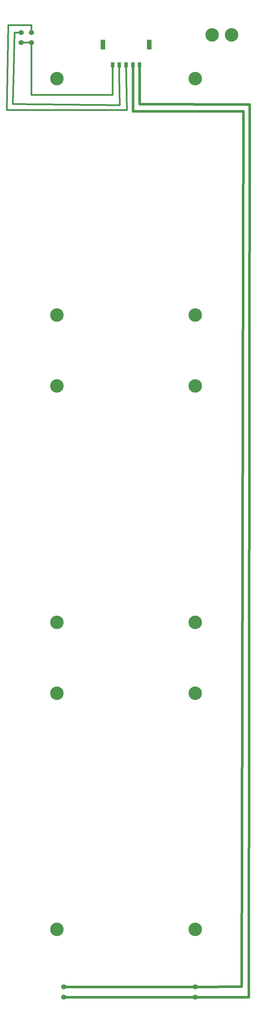
<source format=gbl>
G04 Layer: BottomLayer*
G04 EasyEDA v6.5.47, 2024-11-13 16:13:54*
G04 fb85ae26fb934a7fa39b9ffe6f29e94b,28dbc4cd0de04f76b295d4d1f3f9c80b,10*
G04 Gerber Generator version 0.2*
G04 Scale: 100 percent, Rotated: No, Reflected: No *
G04 Dimensions in millimeters *
G04 leading zeros omitted , absolute positions ,4 integer and 5 decimal *
%FSLAX45Y45*%
%MOMM*%

%AMMACRO1*21,1,$1,$2,0,0,$3*%
%ADD10C,0.8000*%
%ADD11C,0.5000*%
%ADD12MACRO1,1.35X2.9X0.0000*%
%ADD13MACRO1,1.1X1.45X0.0000*%
%ADD14MACRO1,1.1X1.45X-179.9987*%
%ADD15C,1.5240*%
%ADD16C,4.0000*%

%LPD*%
D10*
X6199987Y1199997D02*
G01*
X2299995Y1199997D01*
D11*
X1346200Y29763974D02*
G01*
X1346200Y29984700D01*
X660400Y29984700D01*
X622300Y27470100D01*
X4178300Y27470100D01*
X4150106Y28808426D01*
D10*
X4350004Y28808426D02*
G01*
X4356100Y27432000D01*
X7620000Y27432000D01*
X7569200Y1511300D01*
X6199987Y1499996D01*
X6199886Y1499870D01*
D11*
X1346200Y29464000D02*
G01*
X1346200Y27914600D01*
X3750056Y27914600D01*
X3750056Y28808426D01*
X1046200Y29763999D02*
G01*
X850900Y29763999D01*
X800100Y27647900D01*
X3962400Y27609800D01*
X3949700Y28473400D01*
X3949992Y28808400D01*
D10*
X6199987Y1199997D02*
G01*
X7785100Y1199997D01*
X7810500Y27635200D01*
X4546600Y27647900D01*
X4549902Y28808426D01*
X2299995Y1499996D02*
G01*
X6199987Y1499996D01*
D11*
X1046200Y29464000D02*
G01*
X1346200Y29464000D01*
D12*
G01*
X3460483Y29405910D03*
D13*
G01*
X3749992Y28808400D03*
G01*
X3949992Y28808400D03*
G01*
X4149991Y28808400D03*
D14*
G01*
X4349993Y28808401D03*
D13*
G01*
X4549993Y28808400D03*
D12*
G01*
X4839489Y29405900D03*
D15*
G01*
X1046200Y29763999D03*
G01*
X1046200Y29464000D03*
G01*
X1346200Y29763999D03*
G01*
X1346200Y29464000D03*
G01*
X6199987Y1199997D03*
G01*
X6199987Y1499996D03*
G01*
X2299995Y1499996D03*
G01*
X2299995Y1199997D03*
D16*
G01*
X6199987Y28399943D03*
G01*
X2099995Y28399943D03*
G01*
X6199987Y21399957D03*
G01*
X2099995Y21399957D03*
G01*
X6199987Y19299961D03*
G01*
X2099995Y19299961D03*
G01*
X6199987Y12299975D03*
G01*
X2099995Y12299975D03*
G01*
X6199987Y10199979D03*
G01*
X2099995Y10199979D03*
G01*
X2099995Y3199993D03*
G01*
X6199987Y3199993D03*
G01*
X6699986Y29699940D03*
G01*
X7277100Y29699940D03*
M02*

</source>
